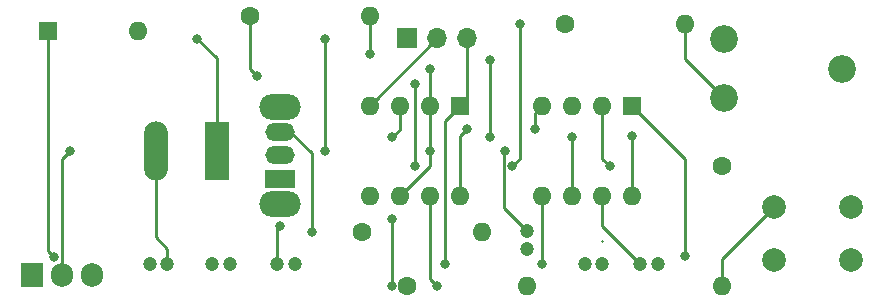
<source format=gbr>
%TF.GenerationSoftware,KiCad,Pcbnew,7.0.9*%
%TF.CreationDate,2024-01-28T22:41:43+11:00*%
%TF.ProjectId,power-module,706f7765-722d-46d6-9f64-756c652e6b69,rev?*%
%TF.SameCoordinates,Original*%
%TF.FileFunction,Copper,L2,Bot*%
%TF.FilePolarity,Positive*%
%FSLAX46Y46*%
G04 Gerber Fmt 4.6, Leading zero omitted, Abs format (unit mm)*
G04 Created by KiCad (PCBNEW 7.0.9) date 2024-01-28 22:41:43*
%MOMM*%
%LPD*%
G01*
G04 APERTURE LIST*
%TA.AperFunction,ComponentPad*%
%ADD10C,1.200000*%
%TD*%
%TA.AperFunction,ComponentPad*%
%ADD11C,1.600000*%
%TD*%
%TA.AperFunction,ComponentPad*%
%ADD12O,1.600000X1.600000*%
%TD*%
%TA.AperFunction,ComponentPad*%
%ADD13C,2.340000*%
%TD*%
%TA.AperFunction,ComponentPad*%
%ADD14R,2.020000X5.020000*%
%TD*%
%TA.AperFunction,ComponentPad*%
%ADD15O,2.020000X5.020000*%
%TD*%
%TA.AperFunction,ComponentPad*%
%ADD16O,3.500000X2.200000*%
%TD*%
%TA.AperFunction,ComponentPad*%
%ADD17R,2.500000X1.500000*%
%TD*%
%TA.AperFunction,ComponentPad*%
%ADD18O,2.500000X1.500000*%
%TD*%
%TA.AperFunction,ComponentPad*%
%ADD19R,1.600000X1.600000*%
%TD*%
%TA.AperFunction,ComponentPad*%
%ADD20C,2.000000*%
%TD*%
%TA.AperFunction,ComponentPad*%
%ADD21R,1.700000X1.700000*%
%TD*%
%TA.AperFunction,ComponentPad*%
%ADD22O,1.700000X1.700000*%
%TD*%
%TA.AperFunction,ComponentPad*%
%ADD23R,1.905000X2.000000*%
%TD*%
%TA.AperFunction,ComponentPad*%
%ADD24O,1.905000X2.000000*%
%TD*%
%TA.AperFunction,ViaPad*%
%ADD25C,0.800000*%
%TD*%
%TA.AperFunction,Conductor*%
%ADD26C,0.250000*%
%TD*%
G04 APERTURE END LIST*
D10*
%TO.P,C4,1*%
%TO.N,GND*%
X156210000Y-65405000D03*
%TO.P,C4,2*%
%TO.N,Net-(U2-THR)*%
X156210000Y-63905000D03*
%TD*%
%TO.P,C5,1*%
%TO.N,Net-(U3-DIS)*%
X165735000Y-66675000D03*
%TO.P,C5,2*%
%TO.N,GND*%
X167235000Y-66675000D03*
%TD*%
D11*
%TO.P,R1,1*%
%TO.N,Clock*%
X142240000Y-64008000D03*
D12*
%TO.P,R1,2*%
%TO.N,GND*%
X152400000Y-64008000D03*
%TD*%
D13*
%TO.P,RV1,1,1*%
%TO.N,Net-(R3-Pad2)*%
X172880000Y-52665000D03*
%TO.P,RV1,2,2*%
%TO.N,Net-(U2-THR)*%
X182880000Y-50165000D03*
%TO.P,RV1,3,3*%
%TO.N,unconnected-(RV1-Pad3)*%
X172880000Y-47665000D03*
%TD*%
D14*
%TO.P,J1,1*%
%TO.N,VCC*%
X129915000Y-57150000D03*
D15*
%TO.P,J1,2*%
%TO.N,GND*%
X124735000Y-57150000D03*
%TD*%
D16*
%TO.P,SW3,*%
%TO.N,*%
X135255000Y-61595000D03*
X135255000Y-53395000D03*
D17*
%TO.P,SW3,1,A*%
%TO.N,Manual Clk*%
X135255000Y-59495000D03*
D18*
%TO.P,SW3,2,B*%
%TO.N,Net-(J3-Pin_1)*%
X135255000Y-57495000D03*
%TO.P,SW3,3,C*%
%TO.N,Clock*%
X135255000Y-55495000D03*
%TD*%
D11*
%TO.P,R3,1*%
%TO.N,Net-(U2-DIS)*%
X159385000Y-46355000D03*
D12*
%TO.P,R3,2*%
%TO.N,Net-(R3-Pad2)*%
X169545000Y-46355000D03*
%TD*%
D10*
%TO.P,C6,1*%
%TO.N,Net-(U3-CV)*%
X161060000Y-66675000D03*
%TO.P,C6,2*%
%TO.N,GND*%
X162560000Y-66675000D03*
%TD*%
D19*
%TO.P,U3,1,GND*%
%TO.N,GND*%
X165090000Y-53350000D03*
D12*
%TO.P,U3,2,TR*%
%TO.N,Net-(U3-TR)*%
X162550000Y-53350000D03*
%TO.P,U3,3,Q*%
%TO.N,Manual Clk*%
X160010000Y-53350000D03*
%TO.P,U3,4,R*%
%TO.N,+5V*%
X157470000Y-53350000D03*
%TO.P,U3,5,CV*%
%TO.N,Net-(U3-CV)*%
X157470000Y-60970000D03*
%TO.P,U3,6,THR*%
%TO.N,Net-(U3-DIS)*%
X160010000Y-60970000D03*
%TO.P,U3,7,DIS*%
X162550000Y-60970000D03*
%TO.P,U3,8,VCC*%
%TO.N,+5V*%
X165090000Y-60970000D03*
%TD*%
D10*
%TO.P,C3,1*%
%TO.N,Net-(U2-CV)*%
X135025000Y-66675000D03*
%TO.P,C3,2*%
%TO.N,GND*%
X136525000Y-66675000D03*
%TD*%
D19*
%TO.P,U2,1,GND*%
%TO.N,GND*%
X150485000Y-53350000D03*
D12*
%TO.P,U2,2,TR*%
%TO.N,Net-(U2-THR)*%
X147945000Y-53350000D03*
%TO.P,U2,3,Q*%
%TO.N,Clock*%
X145405000Y-53350000D03*
%TO.P,U2,4,R*%
%TO.N,+5V*%
X142865000Y-53350000D03*
%TO.P,U2,5,CV*%
%TO.N,Net-(U2-CV)*%
X142865000Y-60970000D03*
%TO.P,U2,6,THR*%
%TO.N,Net-(U2-THR)*%
X145405000Y-60970000D03*
%TO.P,U2,7,DIS*%
%TO.N,Net-(U2-DIS)*%
X147945000Y-60970000D03*
%TO.P,U2,8,VCC*%
%TO.N,+5V*%
X150485000Y-60970000D03*
%TD*%
D11*
%TO.P,R5,1*%
%TO.N,+5V*%
X132715000Y-45720000D03*
D12*
%TO.P,R5,2*%
%TO.N,Net-(U3-DIS)*%
X142875000Y-45720000D03*
%TD*%
D10*
%TO.P,C1,1*%
%TO.N,Net-(SW2-A)*%
X124230000Y-66675000D03*
%TO.P,C1,2*%
%TO.N,GND*%
X125730000Y-66675000D03*
%TD*%
D20*
%TO.P,SW1,1,1*%
%TO.N,GND*%
X183590000Y-66385000D03*
X177090000Y-66385000D03*
%TO.P,SW1,2,2*%
%TO.N,Net-(U3-TR)*%
X183590000Y-61885000D03*
X177090000Y-61885000D03*
%TD*%
D21*
%TO.P,J3,1,Pin_1*%
%TO.N,Net-(J3-Pin_1)*%
X146065000Y-47555000D03*
D22*
%TO.P,J3,2,Pin_2*%
%TO.N,+5V*%
X148605000Y-47555000D03*
%TO.P,J3,3,Pin_3*%
%TO.N,GND*%
X151145000Y-47555000D03*
%TD*%
D11*
%TO.P,R2,1*%
%TO.N,+5V*%
X146050000Y-68580000D03*
D12*
%TO.P,R2,2*%
%TO.N,Net-(U2-DIS)*%
X156210000Y-68580000D03*
%TD*%
D11*
%TO.P,R4,1*%
%TO.N,+5V*%
X172720000Y-58420000D03*
D12*
%TO.P,R4,2*%
%TO.N,Net-(U3-TR)*%
X172720000Y-68580000D03*
%TD*%
D10*
%TO.P,C2,1*%
%TO.N,+5V*%
X129540000Y-66675000D03*
%TO.P,C2,2*%
%TO.N,GND*%
X131040000Y-66675000D03*
%TD*%
D23*
%TO.P,U1,1,IN*%
%TO.N,Net-(SW2-A)*%
X114300000Y-67620000D03*
D24*
%TO.P,U1,2,GND*%
%TO.N,GND*%
X116840000Y-67620000D03*
%TO.P,U1,3,OUT*%
%TO.N,+5V*%
X119380000Y-67620000D03*
%TD*%
D19*
%TO.P,SW2,1,A*%
%TO.N,Net-(SW2-A)*%
X115612500Y-46990000D03*
D12*
%TO.P,SW2,2,B*%
%TO.N,VCC*%
X123232500Y-46990000D03*
%TD*%
D25*
%TO.N,VCC*%
X128270000Y-47625000D03*
%TO.N,GND*%
X149225000Y-66675000D03*
X169545000Y-66040000D03*
X117475000Y-57150000D03*
%TO.N,+5V*%
X156845000Y-55245000D03*
X144780000Y-68580000D03*
X144780000Y-62865000D03*
X151130000Y-55245000D03*
X165100000Y-55880000D03*
X133350000Y-50800000D03*
%TO.N,Net-(U2-CV)*%
X135255000Y-63500000D03*
%TO.N,Net-(U2-THR)*%
X147955000Y-50165000D03*
X147945000Y-57150000D03*
X154305000Y-57150000D03*
%TO.N,Net-(U3-DIS)*%
X153035000Y-55969500D03*
X142875000Y-48895000D03*
X160020000Y-55969500D03*
X153035000Y-49440500D03*
%TO.N,Net-(U3-CV)*%
X157480000Y-66675000D03*
%TO.N,Clock*%
X137959999Y-63970001D03*
X144780000Y-55969500D03*
%TO.N,Net-(U2-DIS)*%
X155575000Y-46355000D03*
X154940000Y-58420000D03*
X148590000Y-68580000D03*
%TO.N,Net-(U3-TR)*%
X163195000Y-58420000D03*
%TO.N,Manual Clk*%
X146685000Y-58420000D03*
X146685000Y-51435000D03*
%TO.N,Net-(SW2-A)*%
X116115500Y-66075000D03*
%TO.N,Net-(J3-Pin_1)*%
X139065000Y-47625000D03*
X139065000Y-57150000D03*
%TD*%
D26*
%TO.N,VCC*%
X129915000Y-49270000D02*
X129915000Y-57150000D01*
X128270000Y-47625000D02*
X129915000Y-49270000D01*
%TO.N,GND*%
X169545000Y-66040000D02*
X169545000Y-64770000D01*
X149225000Y-64770000D02*
X149225000Y-66675000D01*
X125730000Y-66675000D02*
X125730000Y-65405000D01*
X151145000Y-47555000D02*
X151145000Y-52690000D01*
X151145000Y-52690000D02*
X150485000Y-53350000D01*
X116840000Y-67620000D02*
X116840000Y-57785000D01*
X124735000Y-64410000D02*
X124735000Y-57150000D01*
X169545000Y-64770000D02*
X169545000Y-57805000D01*
X125730000Y-65405000D02*
X124735000Y-64410000D01*
X169545000Y-57805000D02*
X165090000Y-53350000D01*
X149225000Y-54610000D02*
X149225000Y-64770000D01*
X150485000Y-53350000D02*
X149225000Y-54610000D01*
X116840000Y-57785000D02*
X117475000Y-57150000D01*
%TO.N,+5V*%
X142865000Y-53295000D02*
X142865000Y-53350000D01*
X148605000Y-47555000D02*
X142865000Y-53295000D01*
X144780000Y-68580000D02*
X144780000Y-62865000D01*
X165090000Y-55890000D02*
X165090000Y-60970000D01*
X132715000Y-50165000D02*
X133350000Y-50800000D01*
X150485000Y-55890000D02*
X151130000Y-55245000D01*
X132715000Y-45720000D02*
X132715000Y-50165000D01*
X165100000Y-55880000D02*
X165090000Y-55890000D01*
X156845000Y-55245000D02*
X156845000Y-53975000D01*
X156845000Y-53975000D02*
X157470000Y-53350000D01*
X150485000Y-60970000D02*
X150485000Y-55890000D01*
%TO.N,Net-(U2-CV)*%
X135025000Y-66675000D02*
X135025000Y-63730000D01*
X135025000Y-63730000D02*
X135255000Y-63500000D01*
%TO.N,Net-(U2-THR)*%
X154215000Y-57240000D02*
X154215000Y-61910000D01*
X147955000Y-50165000D02*
X147945000Y-50175000D01*
X147945000Y-50175000D02*
X147945000Y-53350000D01*
X147945000Y-58430000D02*
X145405000Y-60970000D01*
X147945000Y-57150000D02*
X147945000Y-58430000D01*
X154215000Y-61910000D02*
X156210000Y-63905000D01*
X154305000Y-57150000D02*
X154215000Y-57240000D01*
X147945000Y-53350000D02*
X147945000Y-57150000D01*
%TO.N,Net-(U3-DIS)*%
X162550000Y-63490000D02*
X162550000Y-60970000D01*
X142875000Y-48895000D02*
X142875000Y-45720000D01*
X160010000Y-60970000D02*
X160010000Y-55979500D01*
X162560000Y-64770000D02*
X162550000Y-64760000D01*
X153035000Y-55969500D02*
X153035000Y-49440500D01*
X160010000Y-55979500D02*
X160020000Y-55969500D01*
X165735000Y-66675000D02*
X162550000Y-63490000D01*
%TO.N,Net-(U3-CV)*%
X157470000Y-66665000D02*
X157470000Y-60970000D01*
X157480000Y-66675000D02*
X157470000Y-66665000D01*
%TO.N,Clock*%
X144780000Y-55969500D02*
X145405000Y-55344500D01*
X137959999Y-57314999D02*
X136140000Y-55495000D01*
X145405000Y-55344500D02*
X145405000Y-53350000D01*
X137959999Y-63970001D02*
X137959999Y-57314999D01*
X136140000Y-55495000D02*
X135255000Y-55495000D01*
%TO.N,Net-(U2-DIS)*%
X155575000Y-57785000D02*
X154940000Y-58420000D01*
X147945000Y-60970000D02*
X147945000Y-67935000D01*
X147945000Y-67935000D02*
X148590000Y-68580000D01*
X155575000Y-46355000D02*
X155575000Y-57785000D01*
%TO.N,Net-(R3-Pad2)*%
X169545000Y-49330000D02*
X172880000Y-52665000D01*
X169545000Y-46355000D02*
X169545000Y-49330000D01*
%TO.N,Net-(U3-TR)*%
X172720000Y-68580000D02*
X172720000Y-66255000D01*
X162550000Y-57775000D02*
X163195000Y-58420000D01*
X162550000Y-53350000D02*
X162550000Y-57775000D01*
X172720000Y-66255000D02*
X177090000Y-61885000D01*
%TO.N,Manual Clk*%
X146685000Y-58420000D02*
X146685000Y-51435000D01*
%TO.N,Net-(SW2-A)*%
X115612500Y-46990000D02*
X115612500Y-65572000D01*
X115612500Y-65572000D02*
X116115500Y-66075000D01*
%TO.N,Net-(J3-Pin_1)*%
X139065000Y-47625000D02*
X139065000Y-57150000D01*
%TD*%
M02*

</source>
